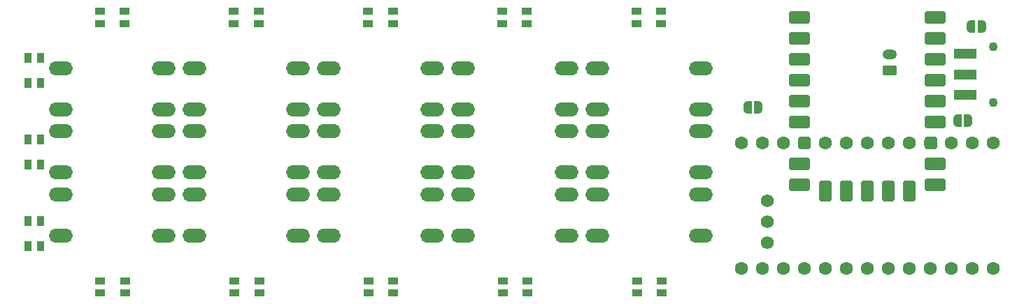
<source format=gbr>
%TF.GenerationSoftware,KiCad,Pcbnew,8.0.6*%
%TF.CreationDate,2024-12-17T19:04:38+01:00*%
%TF.ProjectId,MultiMacro,4d756c74-694d-4616-9372-6f2e6b696361,rev?*%
%TF.SameCoordinates,Original*%
%TF.FileFunction,Soldermask,Top*%
%TF.FilePolarity,Negative*%
%FSLAX46Y46*%
G04 Gerber Fmt 4.6, Leading zero omitted, Abs format (unit mm)*
G04 Created by KiCad (PCBNEW 8.0.6) date 2024-12-17 19:04:38*
%MOMM*%
%LPD*%
G01*
G04 APERTURE LIST*
G04 Aperture macros list*
%AMRoundRect*
0 Rectangle with rounded corners*
0 $1 Rounding radius*
0 $2 $3 $4 $5 $6 $7 $8 $9 X,Y pos of 4 corners*
0 Add a 4 corners polygon primitive as box body*
4,1,4,$2,$3,$4,$5,$6,$7,$8,$9,$2,$3,0*
0 Add four circle primitives for the rounded corners*
1,1,$1+$1,$2,$3*
1,1,$1+$1,$4,$5*
1,1,$1+$1,$6,$7*
1,1,$1+$1,$8,$9*
0 Add four rect primitives between the rounded corners*
20,1,$1+$1,$2,$3,$4,$5,0*
20,1,$1+$1,$4,$5,$6,$7,0*
20,1,$1+$1,$6,$7,$8,$9,0*
20,1,$1+$1,$8,$9,$2,$3,0*%
%AMFreePoly0*
4,1,19,0.500000,-0.750000,0.000000,-0.750000,0.000000,-0.744911,-0.071157,-0.744911,-0.207708,-0.704816,-0.327430,-0.627875,-0.420627,-0.520320,-0.479746,-0.390866,-0.500000,-0.250000,-0.500000,0.250000,-0.479746,0.390866,-0.420627,0.520320,-0.327430,0.627875,-0.207708,0.704816,-0.071157,0.744911,0.000000,0.744911,0.000000,0.750000,0.500000,0.750000,0.500000,-0.750000,0.500000,-0.750000,
$1*%
%AMFreePoly1*
4,1,19,0.000000,0.744911,0.071157,0.744911,0.207708,0.704816,0.327430,0.627875,0.420627,0.520320,0.479746,0.390866,0.500000,0.250000,0.500000,-0.250000,0.479746,-0.390866,0.420627,-0.520320,0.327430,-0.627875,0.207708,-0.704816,0.071157,-0.744911,0.000000,-0.744911,0.000000,-0.750000,-0.500000,-0.750000,-0.500000,0.750000,0.000000,0.750000,0.000000,0.744911,0.000000,0.744911,
$1*%
G04 Aperture macros list end*
%ADD10R,1.200000X0.900000*%
%ADD11R,0.900000X1.200000*%
%ADD12O,2.900000X1.700000*%
%ADD13C,1.100025*%
%ADD14R,2.700000X1.200000*%
%ADD15FreePoly0,180.000000*%
%ADD16FreePoly1,180.000000*%
%ADD17FreePoly0,0.000000*%
%ADD18FreePoly1,0.000000*%
%ADD19RoundRect,0.250000X0.625000X-0.350000X0.625000X0.350000X-0.625000X0.350000X-0.625000X-0.350000X0*%
%ADD20O,1.750000X1.200000*%
%ADD21RoundRect,0.400000X0.900000X0.400000X-0.900000X0.400000X-0.900000X-0.400000X0.900000X-0.400000X0*%
%ADD22RoundRect,0.400050X0.899950X0.400050X-0.899950X0.400050X-0.899950X-0.400050X0.899950X-0.400050X0*%
%ADD23RoundRect,0.400050X0.400050X0.400050X-0.400050X0.400050X-0.400050X-0.400050X0.400050X-0.400050X0*%
%ADD24RoundRect,0.400000X0.400000X0.900000X-0.400000X0.900000X-0.400000X-0.900000X0.400000X-0.900000X0*%
%ADD25RoundRect,0.393700X0.393700X0.906300X-0.393700X0.906300X-0.393700X-0.906300X0.393700X-0.906300X0*%
%ADD26C,1.600000*%
%ADD27C,1.574800*%
G04 APERTURE END LIST*
D10*
%TO.C,U14*%
X120079070Y-25411936D03*
X120079070Y-26912064D03*
X117079070Y-26912064D03*
X117079070Y-25411936D03*
%TD*%
%TO.C,U13*%
X100836570Y-25411936D03*
X100836570Y-26912064D03*
X103836570Y-26912064D03*
X103836570Y-25411936D03*
%TD*%
%TO.C,U12*%
X84594070Y-25411936D03*
X84594070Y-26912064D03*
X87594070Y-26912064D03*
X87594070Y-25411936D03*
%TD*%
%TO.C,U11*%
X68351570Y-25411936D03*
X68351570Y-26912064D03*
X71351570Y-26912064D03*
X71351570Y-25411936D03*
%TD*%
%TO.C,U10*%
X52109070Y-25411936D03*
X52109070Y-26912064D03*
X55109070Y-26912064D03*
X55109070Y-25411936D03*
%TD*%
D11*
%TO.C,U9*%
X43445936Y-34119949D03*
X44946064Y-34119949D03*
X44946064Y-31119949D03*
X43445936Y-31119949D03*
%TD*%
%TO.C,U8*%
X43445936Y-44025949D03*
X44946064Y-44025949D03*
X44946064Y-41025949D03*
X43445936Y-41025949D03*
%TD*%
%TO.C,U7*%
X43445936Y-53931949D03*
X44946064Y-53931949D03*
X44946064Y-50931949D03*
X43445936Y-50931949D03*
%TD*%
D10*
%TO.C,U6*%
X55171033Y-59659013D03*
X55171033Y-58158885D03*
X52171033Y-58158885D03*
X52171033Y-59659013D03*
%TD*%
%TO.C,U5*%
X71413533Y-59659013D03*
X71413533Y-58158885D03*
X68413533Y-58158885D03*
X68413533Y-59659013D03*
%TD*%
%TO.C,U4*%
X87656033Y-59659013D03*
X87656033Y-58158885D03*
X84656033Y-58158885D03*
X84656033Y-59659013D03*
%TD*%
%TO.C,U3*%
X103898533Y-59659013D03*
X103898533Y-58158885D03*
X100898533Y-58158885D03*
X100898533Y-59659013D03*
%TD*%
%TO.C,U2*%
X120141033Y-59659013D03*
X120141033Y-58158885D03*
X117141033Y-58158885D03*
X117141033Y-59659013D03*
%TD*%
D12*
%TO.C,SW10*%
X112360051Y-32372051D03*
X124860051Y-32372051D03*
X112360051Y-37372051D03*
X124860051Y-37372051D03*
%TD*%
%TO.C,SW4*%
X96104051Y-47724051D03*
X108604051Y-47724051D03*
X96104051Y-52724051D03*
X108604051Y-52724051D03*
%TD*%
%TO.C,SW16*%
X124860051Y-45024051D03*
X112360051Y-45024051D03*
X124860051Y-40024051D03*
X112360051Y-40024051D03*
%TD*%
D13*
%TO.C,SW11*%
X160274000Y-29718000D03*
X160274000Y-36518102D03*
D14*
X156867980Y-30618178D03*
X156867980Y-33118051D03*
X156867980Y-35617924D03*
%TD*%
D15*
%TO.C,JP1*%
X158892000Y-27305000D03*
D16*
X157592000Y-27305000D03*
%TD*%
D12*
%TO.C,SW3*%
X79848051Y-47724051D03*
X92348051Y-47724051D03*
X79848051Y-52724051D03*
X92348051Y-52724051D03*
%TD*%
%TO.C,SW7*%
X63592051Y-32372051D03*
X76092051Y-32372051D03*
X63592051Y-37372051D03*
X76092051Y-37372051D03*
%TD*%
%TO.C,SW6*%
X47390051Y-32372051D03*
X59890051Y-32372051D03*
X47390051Y-37372051D03*
X59890051Y-37372051D03*
%TD*%
%TO.C,SW2*%
X63592051Y-47724051D03*
X76092051Y-47724051D03*
X63592051Y-52724051D03*
X76092051Y-52724051D03*
%TD*%
%TO.C,SW14*%
X92348051Y-45024051D03*
X79848051Y-45024051D03*
X92348051Y-40024051D03*
X79848051Y-40024051D03*
%TD*%
%TO.C,SW12*%
X59890051Y-45024051D03*
X47390051Y-45024051D03*
X59890051Y-40024051D03*
X47390051Y-40024051D03*
%TD*%
%TO.C,SW13*%
X76092051Y-45024051D03*
X63592051Y-45024051D03*
X76092051Y-40024051D03*
X63592051Y-40024051D03*
%TD*%
%TO.C,SW1*%
X47390051Y-47724051D03*
X59890051Y-47724051D03*
X47390051Y-52724051D03*
X59890051Y-52724051D03*
%TD*%
D17*
%TO.C,JP3*%
X155926000Y-38735000D03*
D18*
X157226000Y-38735000D03*
%TD*%
D12*
%TO.C,SW5*%
X112360051Y-47724051D03*
X124860051Y-47724051D03*
X112360051Y-52724051D03*
X124860051Y-52724051D03*
%TD*%
%TO.C,SW9*%
X96104051Y-32372051D03*
X108604051Y-32372051D03*
X96104051Y-37372051D03*
X108604051Y-37372051D03*
%TD*%
D15*
%TO.C,JP2*%
X131856000Y-37084000D03*
D16*
X130556000Y-37084000D03*
%TD*%
D12*
%TO.C,SW8*%
X79848051Y-32372051D03*
X92348051Y-32372051D03*
X79848051Y-37372051D03*
X92348051Y-37372051D03*
%TD*%
%TO.C,SW15*%
X108604051Y-45024051D03*
X96104051Y-45024051D03*
X108604051Y-40024051D03*
X96104051Y-40024051D03*
%TD*%
D19*
%TO.C,J1*%
X147701000Y-32639000D03*
D20*
X147701000Y-30639000D03*
%TD*%
D21*
%TO.C,RZ1*%
X136814000Y-26162000D03*
X136814000Y-28702000D03*
X136814000Y-31242000D03*
X136814000Y-33782000D03*
X136814000Y-36322000D03*
D22*
X136814000Y-38862000D03*
D23*
X137404000Y-41462050D03*
D22*
X136814000Y-43942000D03*
X136814000Y-46482000D03*
D24*
X139954000Y-47292000D03*
D25*
X142494000Y-47292000D03*
X145034000Y-47292000D03*
X147574000Y-47292000D03*
X150114000Y-47292000D03*
D22*
X153254000Y-46482000D03*
X153254000Y-43942000D03*
D23*
X152699000Y-41402000D03*
D22*
X153254000Y-38862000D03*
X153254000Y-36322000D03*
X153254000Y-33782000D03*
X153254000Y-31242000D03*
X153254000Y-26162000D03*
X153254000Y-28702000D03*
%TD*%
D26*
%TO.C,U1*%
X157733990Y-56642010D03*
X155193990Y-56642010D03*
X152653990Y-56642010D03*
X150113990Y-56642010D03*
X147573990Y-56642010D03*
X145033990Y-56642010D03*
X142493990Y-56642010D03*
X139953990Y-56642010D03*
X137413990Y-56642010D03*
X134873990Y-56642010D03*
X132333990Y-56642010D03*
X129793990Y-56642010D03*
X157734000Y-41402000D03*
X155194000Y-41402000D03*
X152654000Y-41402000D03*
X150114000Y-41402000D03*
X147574000Y-41402000D03*
X145034000Y-41402000D03*
X142494000Y-41402000D03*
X139954000Y-41402000D03*
X137414000Y-41402000D03*
X134874000Y-41402000D03*
X132334000Y-41402000D03*
X129794000Y-41402000D03*
D27*
X132888790Y-53562010D03*
X132888790Y-51022010D03*
X132888790Y-48482010D03*
D26*
X160273990Y-56642010D03*
X160274000Y-41402000D03*
%TD*%
M02*

</source>
